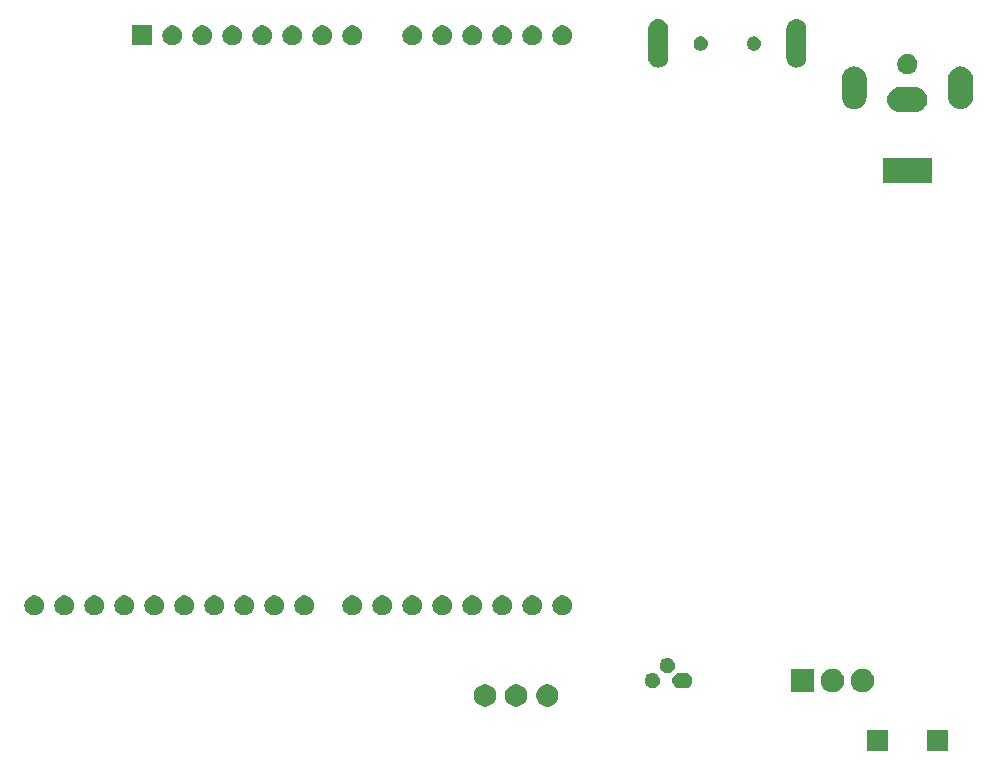
<source format=gbr>
G04 #@! TF.GenerationSoftware,KiCad,Pcbnew,(5.1.5)-3*
G04 #@! TF.CreationDate,2020-04-27T02:20:49-07:00*
G04 #@! TF.ProjectId,SolaRCharger,536f6c61-5243-4686-9172-6765722e6b69,rev?*
G04 #@! TF.SameCoordinates,Original*
G04 #@! TF.FileFunction,Soldermask,Bot*
G04 #@! TF.FilePolarity,Negative*
%FSLAX46Y46*%
G04 Gerber Fmt 4.6, Leading zero omitted, Abs format (unit mm)*
G04 Created by KiCad (PCBNEW (5.1.5)-3) date 2020-04-27 02:20:49*
%MOMM*%
%LPD*%
G04 APERTURE LIST*
%ADD10C,0.100000*%
G04 APERTURE END LIST*
D10*
G36*
X159651000Y-139331000D02*
G01*
X157849000Y-139331000D01*
X157849000Y-137529000D01*
X159651000Y-137529000D01*
X159651000Y-139331000D01*
G37*
G36*
X154571000Y-139331000D02*
G01*
X152769000Y-139331000D01*
X152769000Y-137529000D01*
X154571000Y-137529000D01*
X154571000Y-139331000D01*
G37*
G36*
X120724188Y-133716123D02*
G01*
X120895256Y-133786982D01*
X120895258Y-133786983D01*
X120943653Y-133819320D01*
X121049215Y-133889854D01*
X121180147Y-134020786D01*
X121283019Y-134174745D01*
X121353878Y-134345813D01*
X121390001Y-134527417D01*
X121390001Y-134712583D01*
X121353878Y-134894187D01*
X121283019Y-135065255D01*
X121283018Y-135065257D01*
X121180146Y-135219215D01*
X121049216Y-135350145D01*
X120895258Y-135453017D01*
X120895257Y-135453018D01*
X120895256Y-135453018D01*
X120724188Y-135523877D01*
X120542584Y-135560000D01*
X120357418Y-135560000D01*
X120175814Y-135523877D01*
X120004746Y-135453018D01*
X120004745Y-135453018D01*
X120004744Y-135453017D01*
X119850786Y-135350145D01*
X119719856Y-135219215D01*
X119616984Y-135065257D01*
X119616983Y-135065255D01*
X119546124Y-134894187D01*
X119510001Y-134712583D01*
X119510001Y-134527417D01*
X119546124Y-134345813D01*
X119616983Y-134174745D01*
X119719855Y-134020786D01*
X119850787Y-133889854D01*
X119956349Y-133819320D01*
X120004744Y-133786983D01*
X120004746Y-133786982D01*
X120175814Y-133716123D01*
X120357418Y-133680000D01*
X120542584Y-133680000D01*
X120724188Y-133716123D01*
G37*
G36*
X126004187Y-133716123D02*
G01*
X126175255Y-133786982D01*
X126175257Y-133786983D01*
X126223652Y-133819320D01*
X126329214Y-133889854D01*
X126460146Y-134020786D01*
X126563018Y-134174745D01*
X126633877Y-134345813D01*
X126670000Y-134527417D01*
X126670000Y-134712583D01*
X126633877Y-134894187D01*
X126563018Y-135065255D01*
X126563017Y-135065257D01*
X126460145Y-135219215D01*
X126329215Y-135350145D01*
X126175257Y-135453017D01*
X126175256Y-135453018D01*
X126175255Y-135453018D01*
X126004187Y-135523877D01*
X125822583Y-135560000D01*
X125637417Y-135560000D01*
X125455813Y-135523877D01*
X125284745Y-135453018D01*
X125284744Y-135453018D01*
X125284743Y-135453017D01*
X125130785Y-135350145D01*
X124999855Y-135219215D01*
X124896983Y-135065257D01*
X124896982Y-135065255D01*
X124826123Y-134894187D01*
X124790000Y-134712583D01*
X124790000Y-134527417D01*
X124826123Y-134345813D01*
X124896982Y-134174745D01*
X124999854Y-134020786D01*
X125130786Y-133889854D01*
X125236348Y-133819320D01*
X125284743Y-133786983D01*
X125284745Y-133786982D01*
X125455813Y-133716123D01*
X125637417Y-133680000D01*
X125822583Y-133680000D01*
X126004187Y-133716123D01*
G37*
G36*
X123364187Y-133716123D02*
G01*
X123535255Y-133786982D01*
X123535257Y-133786983D01*
X123583652Y-133819320D01*
X123689214Y-133889854D01*
X123820146Y-134020786D01*
X123923018Y-134174745D01*
X123993877Y-134345813D01*
X124030000Y-134527417D01*
X124030000Y-134712583D01*
X123993877Y-134894187D01*
X123923018Y-135065255D01*
X123923017Y-135065257D01*
X123820145Y-135219215D01*
X123689215Y-135350145D01*
X123535257Y-135453017D01*
X123535256Y-135453018D01*
X123535255Y-135453018D01*
X123364187Y-135523877D01*
X123182583Y-135560000D01*
X122997417Y-135560000D01*
X122815813Y-135523877D01*
X122644745Y-135453018D01*
X122644744Y-135453018D01*
X122644743Y-135453017D01*
X122490785Y-135350145D01*
X122359855Y-135219215D01*
X122256983Y-135065257D01*
X122256982Y-135065255D01*
X122186123Y-134894187D01*
X122150000Y-134712583D01*
X122150000Y-134527417D01*
X122186123Y-134345813D01*
X122256982Y-134174745D01*
X122359854Y-134020786D01*
X122490786Y-133889854D01*
X122596348Y-133819320D01*
X122644743Y-133786983D01*
X122644745Y-133786982D01*
X122815813Y-133716123D01*
X122997417Y-133680000D01*
X123182583Y-133680000D01*
X123364187Y-133716123D01*
G37*
G36*
X152689003Y-132397275D02*
G01*
X152689005Y-132397276D01*
X152689006Y-132397276D01*
X152869320Y-132471964D01*
X153031598Y-132580395D01*
X153169605Y-132718402D01*
X153278036Y-132880680D01*
X153352724Y-133060994D01*
X153352725Y-133060997D01*
X153390800Y-133252413D01*
X153390800Y-133447587D01*
X153372440Y-133539890D01*
X153352724Y-133639006D01*
X153278036Y-133819320D01*
X153169605Y-133981598D01*
X153031598Y-134119605D01*
X152869320Y-134228036D01*
X152689006Y-134302724D01*
X152689005Y-134302724D01*
X152689003Y-134302725D01*
X152497587Y-134340800D01*
X152302413Y-134340800D01*
X152110997Y-134302725D01*
X152110995Y-134302724D01*
X152110994Y-134302724D01*
X151930680Y-134228036D01*
X151768402Y-134119605D01*
X151630395Y-133981598D01*
X151521964Y-133819320D01*
X151447276Y-133639006D01*
X151427561Y-133539890D01*
X151409200Y-133447587D01*
X151409200Y-133252413D01*
X151447275Y-133060997D01*
X151447276Y-133060994D01*
X151521964Y-132880680D01*
X151630395Y-132718402D01*
X151768402Y-132580395D01*
X151930680Y-132471964D01*
X152110994Y-132397276D01*
X152110995Y-132397276D01*
X152110997Y-132397275D01*
X152302413Y-132359200D01*
X152497587Y-132359200D01*
X152689003Y-132397275D01*
G37*
G36*
X150149003Y-132397275D02*
G01*
X150149005Y-132397276D01*
X150149006Y-132397276D01*
X150329320Y-132471964D01*
X150491598Y-132580395D01*
X150629605Y-132718402D01*
X150738036Y-132880680D01*
X150812724Y-133060994D01*
X150812725Y-133060997D01*
X150850800Y-133252413D01*
X150850800Y-133447587D01*
X150832440Y-133539890D01*
X150812724Y-133639006D01*
X150738036Y-133819320D01*
X150629605Y-133981598D01*
X150491598Y-134119605D01*
X150329320Y-134228036D01*
X150149006Y-134302724D01*
X150149005Y-134302724D01*
X150149003Y-134302725D01*
X149957587Y-134340800D01*
X149762413Y-134340800D01*
X149570997Y-134302725D01*
X149570995Y-134302724D01*
X149570994Y-134302724D01*
X149390680Y-134228036D01*
X149228402Y-134119605D01*
X149090395Y-133981598D01*
X148981964Y-133819320D01*
X148907276Y-133639006D01*
X148887561Y-133539890D01*
X148869200Y-133447587D01*
X148869200Y-133252413D01*
X148907275Y-133060997D01*
X148907276Y-133060994D01*
X148981964Y-132880680D01*
X149090395Y-132718402D01*
X149228402Y-132580395D01*
X149390680Y-132471964D01*
X149570994Y-132397276D01*
X149570995Y-132397276D01*
X149570997Y-132397275D01*
X149762413Y-132359200D01*
X149957587Y-132359200D01*
X150149003Y-132397275D01*
G37*
G36*
X148310800Y-134340800D02*
G01*
X146329200Y-134340800D01*
X146329200Y-132359200D01*
X148310800Y-132359200D01*
X148310800Y-134340800D01*
G37*
G36*
X134719225Y-132705983D02*
G01*
X134809890Y-132724017D01*
X134928364Y-132773091D01*
X134977756Y-132806094D01*
X135034988Y-132844335D01*
X135125665Y-132935012D01*
X135196910Y-133041638D01*
X135245983Y-133160110D01*
X135271000Y-133285881D01*
X135271000Y-133414119D01*
X135245983Y-133539890D01*
X135204928Y-133639006D01*
X135196909Y-133658364D01*
X135125665Y-133764988D01*
X135034988Y-133855665D01*
X134928364Y-133926909D01*
X134928363Y-133926910D01*
X134928362Y-133926910D01*
X134809890Y-133975983D01*
X134684119Y-134001000D01*
X134555881Y-134001000D01*
X134430110Y-133975983D01*
X134311638Y-133926910D01*
X134311637Y-133926910D01*
X134311636Y-133926909D01*
X134205012Y-133855665D01*
X134114335Y-133764988D01*
X134043091Y-133658364D01*
X134035073Y-133639006D01*
X133994017Y-133539890D01*
X133969000Y-133414119D01*
X133969000Y-133285881D01*
X133994017Y-133160110D01*
X134043090Y-133041638D01*
X134114335Y-132935012D01*
X134205012Y-132844335D01*
X134262244Y-132806094D01*
X134311636Y-132773091D01*
X134430110Y-132724017D01*
X134520775Y-132705983D01*
X134555881Y-132699000D01*
X134684119Y-132699000D01*
X134719225Y-132705983D01*
G37*
G36*
X137423855Y-132702140D02*
G01*
X137487618Y-132708420D01*
X137562054Y-132731000D01*
X137610336Y-132745646D01*
X137723425Y-132806094D01*
X137822554Y-132887446D01*
X137903906Y-132986575D01*
X137964354Y-133099664D01*
X137964355Y-133099668D01*
X138001580Y-133222382D01*
X138014149Y-133350000D01*
X138001580Y-133477618D01*
X137982690Y-133539890D01*
X137964354Y-133600336D01*
X137903906Y-133713425D01*
X137822554Y-133812554D01*
X137723425Y-133893906D01*
X137610336Y-133954354D01*
X137578404Y-133964040D01*
X137487618Y-133991580D01*
X137423855Y-133997860D01*
X137391974Y-134001000D01*
X136928026Y-134001000D01*
X136896145Y-133997860D01*
X136832382Y-133991580D01*
X136741596Y-133964040D01*
X136709664Y-133954354D01*
X136596575Y-133893906D01*
X136497446Y-133812554D01*
X136416094Y-133713425D01*
X136355646Y-133600336D01*
X136337310Y-133539890D01*
X136318420Y-133477618D01*
X136305851Y-133350000D01*
X136318420Y-133222382D01*
X136355645Y-133099668D01*
X136355646Y-133099664D01*
X136416094Y-132986575D01*
X136497446Y-132887446D01*
X136596575Y-132806094D01*
X136709664Y-132745646D01*
X136757946Y-132731000D01*
X136832382Y-132708420D01*
X136896145Y-132702140D01*
X136928026Y-132699000D01*
X137391974Y-132699000D01*
X137423855Y-132702140D01*
G37*
G36*
X136079890Y-131454017D02*
G01*
X136198364Y-131503091D01*
X136304988Y-131574335D01*
X136395665Y-131665012D01*
X136466909Y-131771636D01*
X136515983Y-131890110D01*
X136541000Y-132015882D01*
X136541000Y-132144118D01*
X136515983Y-132269890D01*
X136466909Y-132388364D01*
X136395665Y-132494988D01*
X136304988Y-132585665D01*
X136198364Y-132656909D01*
X136198363Y-132656910D01*
X136198362Y-132656910D01*
X136079890Y-132705983D01*
X135954119Y-132731000D01*
X135825881Y-132731000D01*
X135700110Y-132705983D01*
X135581638Y-132656910D01*
X135581637Y-132656910D01*
X135581636Y-132656909D01*
X135475012Y-132585665D01*
X135384335Y-132494988D01*
X135313091Y-132388364D01*
X135264017Y-132269890D01*
X135239000Y-132144118D01*
X135239000Y-132015882D01*
X135264017Y-131890110D01*
X135313091Y-131771636D01*
X135384335Y-131665012D01*
X135475012Y-131574335D01*
X135581636Y-131503091D01*
X135700110Y-131454017D01*
X135825881Y-131429000D01*
X135954119Y-131429000D01*
X136079890Y-131454017D01*
G37*
G36*
X82548228Y-126181703D02*
G01*
X82703100Y-126245853D01*
X82842481Y-126338985D01*
X82961015Y-126457519D01*
X83054147Y-126596900D01*
X83118297Y-126751772D01*
X83151000Y-126916184D01*
X83151000Y-127083816D01*
X83118297Y-127248228D01*
X83054147Y-127403100D01*
X82961015Y-127542481D01*
X82842481Y-127661015D01*
X82703100Y-127754147D01*
X82548228Y-127818297D01*
X82383816Y-127851000D01*
X82216184Y-127851000D01*
X82051772Y-127818297D01*
X81896900Y-127754147D01*
X81757519Y-127661015D01*
X81638985Y-127542481D01*
X81545853Y-127403100D01*
X81481703Y-127248228D01*
X81449000Y-127083816D01*
X81449000Y-126916184D01*
X81481703Y-126751772D01*
X81545853Y-126596900D01*
X81638985Y-126457519D01*
X81757519Y-126338985D01*
X81896900Y-126245853D01*
X82051772Y-126181703D01*
X82216184Y-126149000D01*
X82383816Y-126149000D01*
X82548228Y-126181703D01*
G37*
G36*
X85088228Y-126181703D02*
G01*
X85243100Y-126245853D01*
X85382481Y-126338985D01*
X85501015Y-126457519D01*
X85594147Y-126596900D01*
X85658297Y-126751772D01*
X85691000Y-126916184D01*
X85691000Y-127083816D01*
X85658297Y-127248228D01*
X85594147Y-127403100D01*
X85501015Y-127542481D01*
X85382481Y-127661015D01*
X85243100Y-127754147D01*
X85088228Y-127818297D01*
X84923816Y-127851000D01*
X84756184Y-127851000D01*
X84591772Y-127818297D01*
X84436900Y-127754147D01*
X84297519Y-127661015D01*
X84178985Y-127542481D01*
X84085853Y-127403100D01*
X84021703Y-127248228D01*
X83989000Y-127083816D01*
X83989000Y-126916184D01*
X84021703Y-126751772D01*
X84085853Y-126596900D01*
X84178985Y-126457519D01*
X84297519Y-126338985D01*
X84436900Y-126245853D01*
X84591772Y-126181703D01*
X84756184Y-126149000D01*
X84923816Y-126149000D01*
X85088228Y-126181703D01*
G37*
G36*
X122168228Y-126181703D02*
G01*
X122323100Y-126245853D01*
X122462481Y-126338985D01*
X122581015Y-126457519D01*
X122674147Y-126596900D01*
X122738297Y-126751772D01*
X122771000Y-126916184D01*
X122771000Y-127083816D01*
X122738297Y-127248228D01*
X122674147Y-127403100D01*
X122581015Y-127542481D01*
X122462481Y-127661015D01*
X122323100Y-127754147D01*
X122168228Y-127818297D01*
X122003816Y-127851000D01*
X121836184Y-127851000D01*
X121671772Y-127818297D01*
X121516900Y-127754147D01*
X121377519Y-127661015D01*
X121258985Y-127542481D01*
X121165853Y-127403100D01*
X121101703Y-127248228D01*
X121069000Y-127083816D01*
X121069000Y-126916184D01*
X121101703Y-126751772D01*
X121165853Y-126596900D01*
X121258985Y-126457519D01*
X121377519Y-126338985D01*
X121516900Y-126245853D01*
X121671772Y-126181703D01*
X121836184Y-126149000D01*
X122003816Y-126149000D01*
X122168228Y-126181703D01*
G37*
G36*
X117088228Y-126181703D02*
G01*
X117243100Y-126245853D01*
X117382481Y-126338985D01*
X117501015Y-126457519D01*
X117594147Y-126596900D01*
X117658297Y-126751772D01*
X117691000Y-126916184D01*
X117691000Y-127083816D01*
X117658297Y-127248228D01*
X117594147Y-127403100D01*
X117501015Y-127542481D01*
X117382481Y-127661015D01*
X117243100Y-127754147D01*
X117088228Y-127818297D01*
X116923816Y-127851000D01*
X116756184Y-127851000D01*
X116591772Y-127818297D01*
X116436900Y-127754147D01*
X116297519Y-127661015D01*
X116178985Y-127542481D01*
X116085853Y-127403100D01*
X116021703Y-127248228D01*
X115989000Y-127083816D01*
X115989000Y-126916184D01*
X116021703Y-126751772D01*
X116085853Y-126596900D01*
X116178985Y-126457519D01*
X116297519Y-126338985D01*
X116436900Y-126245853D01*
X116591772Y-126181703D01*
X116756184Y-126149000D01*
X116923816Y-126149000D01*
X117088228Y-126181703D01*
G37*
G36*
X114548228Y-126181703D02*
G01*
X114703100Y-126245853D01*
X114842481Y-126338985D01*
X114961015Y-126457519D01*
X115054147Y-126596900D01*
X115118297Y-126751772D01*
X115151000Y-126916184D01*
X115151000Y-127083816D01*
X115118297Y-127248228D01*
X115054147Y-127403100D01*
X114961015Y-127542481D01*
X114842481Y-127661015D01*
X114703100Y-127754147D01*
X114548228Y-127818297D01*
X114383816Y-127851000D01*
X114216184Y-127851000D01*
X114051772Y-127818297D01*
X113896900Y-127754147D01*
X113757519Y-127661015D01*
X113638985Y-127542481D01*
X113545853Y-127403100D01*
X113481703Y-127248228D01*
X113449000Y-127083816D01*
X113449000Y-126916184D01*
X113481703Y-126751772D01*
X113545853Y-126596900D01*
X113638985Y-126457519D01*
X113757519Y-126338985D01*
X113896900Y-126245853D01*
X114051772Y-126181703D01*
X114216184Y-126149000D01*
X114383816Y-126149000D01*
X114548228Y-126181703D01*
G37*
G36*
X112008228Y-126181703D02*
G01*
X112163100Y-126245853D01*
X112302481Y-126338985D01*
X112421015Y-126457519D01*
X112514147Y-126596900D01*
X112578297Y-126751772D01*
X112611000Y-126916184D01*
X112611000Y-127083816D01*
X112578297Y-127248228D01*
X112514147Y-127403100D01*
X112421015Y-127542481D01*
X112302481Y-127661015D01*
X112163100Y-127754147D01*
X112008228Y-127818297D01*
X111843816Y-127851000D01*
X111676184Y-127851000D01*
X111511772Y-127818297D01*
X111356900Y-127754147D01*
X111217519Y-127661015D01*
X111098985Y-127542481D01*
X111005853Y-127403100D01*
X110941703Y-127248228D01*
X110909000Y-127083816D01*
X110909000Y-126916184D01*
X110941703Y-126751772D01*
X111005853Y-126596900D01*
X111098985Y-126457519D01*
X111217519Y-126338985D01*
X111356900Y-126245853D01*
X111511772Y-126181703D01*
X111676184Y-126149000D01*
X111843816Y-126149000D01*
X112008228Y-126181703D01*
G37*
G36*
X109468228Y-126181703D02*
G01*
X109623100Y-126245853D01*
X109762481Y-126338985D01*
X109881015Y-126457519D01*
X109974147Y-126596900D01*
X110038297Y-126751772D01*
X110071000Y-126916184D01*
X110071000Y-127083816D01*
X110038297Y-127248228D01*
X109974147Y-127403100D01*
X109881015Y-127542481D01*
X109762481Y-127661015D01*
X109623100Y-127754147D01*
X109468228Y-127818297D01*
X109303816Y-127851000D01*
X109136184Y-127851000D01*
X108971772Y-127818297D01*
X108816900Y-127754147D01*
X108677519Y-127661015D01*
X108558985Y-127542481D01*
X108465853Y-127403100D01*
X108401703Y-127248228D01*
X108369000Y-127083816D01*
X108369000Y-126916184D01*
X108401703Y-126751772D01*
X108465853Y-126596900D01*
X108558985Y-126457519D01*
X108677519Y-126338985D01*
X108816900Y-126245853D01*
X108971772Y-126181703D01*
X109136184Y-126149000D01*
X109303816Y-126149000D01*
X109468228Y-126181703D01*
G37*
G36*
X105408228Y-126181703D02*
G01*
X105563100Y-126245853D01*
X105702481Y-126338985D01*
X105821015Y-126457519D01*
X105914147Y-126596900D01*
X105978297Y-126751772D01*
X106011000Y-126916184D01*
X106011000Y-127083816D01*
X105978297Y-127248228D01*
X105914147Y-127403100D01*
X105821015Y-127542481D01*
X105702481Y-127661015D01*
X105563100Y-127754147D01*
X105408228Y-127818297D01*
X105243816Y-127851000D01*
X105076184Y-127851000D01*
X104911772Y-127818297D01*
X104756900Y-127754147D01*
X104617519Y-127661015D01*
X104498985Y-127542481D01*
X104405853Y-127403100D01*
X104341703Y-127248228D01*
X104309000Y-127083816D01*
X104309000Y-126916184D01*
X104341703Y-126751772D01*
X104405853Y-126596900D01*
X104498985Y-126457519D01*
X104617519Y-126338985D01*
X104756900Y-126245853D01*
X104911772Y-126181703D01*
X105076184Y-126149000D01*
X105243816Y-126149000D01*
X105408228Y-126181703D01*
G37*
G36*
X102868228Y-126181703D02*
G01*
X103023100Y-126245853D01*
X103162481Y-126338985D01*
X103281015Y-126457519D01*
X103374147Y-126596900D01*
X103438297Y-126751772D01*
X103471000Y-126916184D01*
X103471000Y-127083816D01*
X103438297Y-127248228D01*
X103374147Y-127403100D01*
X103281015Y-127542481D01*
X103162481Y-127661015D01*
X103023100Y-127754147D01*
X102868228Y-127818297D01*
X102703816Y-127851000D01*
X102536184Y-127851000D01*
X102371772Y-127818297D01*
X102216900Y-127754147D01*
X102077519Y-127661015D01*
X101958985Y-127542481D01*
X101865853Y-127403100D01*
X101801703Y-127248228D01*
X101769000Y-127083816D01*
X101769000Y-126916184D01*
X101801703Y-126751772D01*
X101865853Y-126596900D01*
X101958985Y-126457519D01*
X102077519Y-126338985D01*
X102216900Y-126245853D01*
X102371772Y-126181703D01*
X102536184Y-126149000D01*
X102703816Y-126149000D01*
X102868228Y-126181703D01*
G37*
G36*
X119628228Y-126181703D02*
G01*
X119783100Y-126245853D01*
X119922481Y-126338985D01*
X120041015Y-126457519D01*
X120134147Y-126596900D01*
X120198297Y-126751772D01*
X120231000Y-126916184D01*
X120231000Y-127083816D01*
X120198297Y-127248228D01*
X120134147Y-127403100D01*
X120041015Y-127542481D01*
X119922481Y-127661015D01*
X119783100Y-127754147D01*
X119628228Y-127818297D01*
X119463816Y-127851000D01*
X119296184Y-127851000D01*
X119131772Y-127818297D01*
X118976900Y-127754147D01*
X118837519Y-127661015D01*
X118718985Y-127542481D01*
X118625853Y-127403100D01*
X118561703Y-127248228D01*
X118529000Y-127083816D01*
X118529000Y-126916184D01*
X118561703Y-126751772D01*
X118625853Y-126596900D01*
X118718985Y-126457519D01*
X118837519Y-126338985D01*
X118976900Y-126245853D01*
X119131772Y-126181703D01*
X119296184Y-126149000D01*
X119463816Y-126149000D01*
X119628228Y-126181703D01*
G37*
G36*
X100328228Y-126181703D02*
G01*
X100483100Y-126245853D01*
X100622481Y-126338985D01*
X100741015Y-126457519D01*
X100834147Y-126596900D01*
X100898297Y-126751772D01*
X100931000Y-126916184D01*
X100931000Y-127083816D01*
X100898297Y-127248228D01*
X100834147Y-127403100D01*
X100741015Y-127542481D01*
X100622481Y-127661015D01*
X100483100Y-127754147D01*
X100328228Y-127818297D01*
X100163816Y-127851000D01*
X99996184Y-127851000D01*
X99831772Y-127818297D01*
X99676900Y-127754147D01*
X99537519Y-127661015D01*
X99418985Y-127542481D01*
X99325853Y-127403100D01*
X99261703Y-127248228D01*
X99229000Y-127083816D01*
X99229000Y-126916184D01*
X99261703Y-126751772D01*
X99325853Y-126596900D01*
X99418985Y-126457519D01*
X99537519Y-126338985D01*
X99676900Y-126245853D01*
X99831772Y-126181703D01*
X99996184Y-126149000D01*
X100163816Y-126149000D01*
X100328228Y-126181703D01*
G37*
G36*
X124708228Y-126181703D02*
G01*
X124863100Y-126245853D01*
X125002481Y-126338985D01*
X125121015Y-126457519D01*
X125214147Y-126596900D01*
X125278297Y-126751772D01*
X125311000Y-126916184D01*
X125311000Y-127083816D01*
X125278297Y-127248228D01*
X125214147Y-127403100D01*
X125121015Y-127542481D01*
X125002481Y-127661015D01*
X124863100Y-127754147D01*
X124708228Y-127818297D01*
X124543816Y-127851000D01*
X124376184Y-127851000D01*
X124211772Y-127818297D01*
X124056900Y-127754147D01*
X123917519Y-127661015D01*
X123798985Y-127542481D01*
X123705853Y-127403100D01*
X123641703Y-127248228D01*
X123609000Y-127083816D01*
X123609000Y-126916184D01*
X123641703Y-126751772D01*
X123705853Y-126596900D01*
X123798985Y-126457519D01*
X123917519Y-126338985D01*
X124056900Y-126245853D01*
X124211772Y-126181703D01*
X124376184Y-126149000D01*
X124543816Y-126149000D01*
X124708228Y-126181703D01*
G37*
G36*
X127248228Y-126181703D02*
G01*
X127403100Y-126245853D01*
X127542481Y-126338985D01*
X127661015Y-126457519D01*
X127754147Y-126596900D01*
X127818297Y-126751772D01*
X127851000Y-126916184D01*
X127851000Y-127083816D01*
X127818297Y-127248228D01*
X127754147Y-127403100D01*
X127661015Y-127542481D01*
X127542481Y-127661015D01*
X127403100Y-127754147D01*
X127248228Y-127818297D01*
X127083816Y-127851000D01*
X126916184Y-127851000D01*
X126751772Y-127818297D01*
X126596900Y-127754147D01*
X126457519Y-127661015D01*
X126338985Y-127542481D01*
X126245853Y-127403100D01*
X126181703Y-127248228D01*
X126149000Y-127083816D01*
X126149000Y-126916184D01*
X126181703Y-126751772D01*
X126245853Y-126596900D01*
X126338985Y-126457519D01*
X126457519Y-126338985D01*
X126596900Y-126245853D01*
X126751772Y-126181703D01*
X126916184Y-126149000D01*
X127083816Y-126149000D01*
X127248228Y-126181703D01*
G37*
G36*
X87628228Y-126181703D02*
G01*
X87783100Y-126245853D01*
X87922481Y-126338985D01*
X88041015Y-126457519D01*
X88134147Y-126596900D01*
X88198297Y-126751772D01*
X88231000Y-126916184D01*
X88231000Y-127083816D01*
X88198297Y-127248228D01*
X88134147Y-127403100D01*
X88041015Y-127542481D01*
X87922481Y-127661015D01*
X87783100Y-127754147D01*
X87628228Y-127818297D01*
X87463816Y-127851000D01*
X87296184Y-127851000D01*
X87131772Y-127818297D01*
X86976900Y-127754147D01*
X86837519Y-127661015D01*
X86718985Y-127542481D01*
X86625853Y-127403100D01*
X86561703Y-127248228D01*
X86529000Y-127083816D01*
X86529000Y-126916184D01*
X86561703Y-126751772D01*
X86625853Y-126596900D01*
X86718985Y-126457519D01*
X86837519Y-126338985D01*
X86976900Y-126245853D01*
X87131772Y-126181703D01*
X87296184Y-126149000D01*
X87463816Y-126149000D01*
X87628228Y-126181703D01*
G37*
G36*
X90168228Y-126181703D02*
G01*
X90323100Y-126245853D01*
X90462481Y-126338985D01*
X90581015Y-126457519D01*
X90674147Y-126596900D01*
X90738297Y-126751772D01*
X90771000Y-126916184D01*
X90771000Y-127083816D01*
X90738297Y-127248228D01*
X90674147Y-127403100D01*
X90581015Y-127542481D01*
X90462481Y-127661015D01*
X90323100Y-127754147D01*
X90168228Y-127818297D01*
X90003816Y-127851000D01*
X89836184Y-127851000D01*
X89671772Y-127818297D01*
X89516900Y-127754147D01*
X89377519Y-127661015D01*
X89258985Y-127542481D01*
X89165853Y-127403100D01*
X89101703Y-127248228D01*
X89069000Y-127083816D01*
X89069000Y-126916184D01*
X89101703Y-126751772D01*
X89165853Y-126596900D01*
X89258985Y-126457519D01*
X89377519Y-126338985D01*
X89516900Y-126245853D01*
X89671772Y-126181703D01*
X89836184Y-126149000D01*
X90003816Y-126149000D01*
X90168228Y-126181703D01*
G37*
G36*
X92708228Y-126181703D02*
G01*
X92863100Y-126245853D01*
X93002481Y-126338985D01*
X93121015Y-126457519D01*
X93214147Y-126596900D01*
X93278297Y-126751772D01*
X93311000Y-126916184D01*
X93311000Y-127083816D01*
X93278297Y-127248228D01*
X93214147Y-127403100D01*
X93121015Y-127542481D01*
X93002481Y-127661015D01*
X92863100Y-127754147D01*
X92708228Y-127818297D01*
X92543816Y-127851000D01*
X92376184Y-127851000D01*
X92211772Y-127818297D01*
X92056900Y-127754147D01*
X91917519Y-127661015D01*
X91798985Y-127542481D01*
X91705853Y-127403100D01*
X91641703Y-127248228D01*
X91609000Y-127083816D01*
X91609000Y-126916184D01*
X91641703Y-126751772D01*
X91705853Y-126596900D01*
X91798985Y-126457519D01*
X91917519Y-126338985D01*
X92056900Y-126245853D01*
X92211772Y-126181703D01*
X92376184Y-126149000D01*
X92543816Y-126149000D01*
X92708228Y-126181703D01*
G37*
G36*
X95248228Y-126181703D02*
G01*
X95403100Y-126245853D01*
X95542481Y-126338985D01*
X95661015Y-126457519D01*
X95754147Y-126596900D01*
X95818297Y-126751772D01*
X95851000Y-126916184D01*
X95851000Y-127083816D01*
X95818297Y-127248228D01*
X95754147Y-127403100D01*
X95661015Y-127542481D01*
X95542481Y-127661015D01*
X95403100Y-127754147D01*
X95248228Y-127818297D01*
X95083816Y-127851000D01*
X94916184Y-127851000D01*
X94751772Y-127818297D01*
X94596900Y-127754147D01*
X94457519Y-127661015D01*
X94338985Y-127542481D01*
X94245853Y-127403100D01*
X94181703Y-127248228D01*
X94149000Y-127083816D01*
X94149000Y-126916184D01*
X94181703Y-126751772D01*
X94245853Y-126596900D01*
X94338985Y-126457519D01*
X94457519Y-126338985D01*
X94596900Y-126245853D01*
X94751772Y-126181703D01*
X94916184Y-126149000D01*
X95083816Y-126149000D01*
X95248228Y-126181703D01*
G37*
G36*
X97788228Y-126181703D02*
G01*
X97943100Y-126245853D01*
X98082481Y-126338985D01*
X98201015Y-126457519D01*
X98294147Y-126596900D01*
X98358297Y-126751772D01*
X98391000Y-126916184D01*
X98391000Y-127083816D01*
X98358297Y-127248228D01*
X98294147Y-127403100D01*
X98201015Y-127542481D01*
X98082481Y-127661015D01*
X97943100Y-127754147D01*
X97788228Y-127818297D01*
X97623816Y-127851000D01*
X97456184Y-127851000D01*
X97291772Y-127818297D01*
X97136900Y-127754147D01*
X96997519Y-127661015D01*
X96878985Y-127542481D01*
X96785853Y-127403100D01*
X96721703Y-127248228D01*
X96689000Y-127083816D01*
X96689000Y-126916184D01*
X96721703Y-126751772D01*
X96785853Y-126596900D01*
X96878985Y-126457519D01*
X96997519Y-126338985D01*
X97136900Y-126245853D01*
X97291772Y-126181703D01*
X97456184Y-126149000D01*
X97623816Y-126149000D01*
X97788228Y-126181703D01*
G37*
G36*
X158261000Y-91221000D02*
G01*
X154159000Y-91221000D01*
X154159000Y-89119000D01*
X158261000Y-89119000D01*
X158261000Y-91221000D01*
G37*
G36*
X156963097Y-83124069D02*
G01*
X157066032Y-83134207D01*
X157264146Y-83194305D01*
X157264149Y-83194306D01*
X157360975Y-83246061D01*
X157446729Y-83291897D01*
X157606765Y-83423235D01*
X157738103Y-83583271D01*
X157783939Y-83669025D01*
X157835694Y-83765851D01*
X157835695Y-83765854D01*
X157895793Y-83963968D01*
X157916085Y-84170000D01*
X157895793Y-84376032D01*
X157856146Y-84506728D01*
X157835694Y-84574149D01*
X157786189Y-84666765D01*
X157738103Y-84756729D01*
X157606765Y-84916765D01*
X157446729Y-85048103D01*
X157360975Y-85093939D01*
X157264149Y-85145694D01*
X157264146Y-85145695D01*
X157066032Y-85205793D01*
X156963097Y-85215931D01*
X156911631Y-85221000D01*
X155508369Y-85221000D01*
X155456903Y-85215931D01*
X155353968Y-85205793D01*
X155155854Y-85145695D01*
X155155851Y-85145694D01*
X155059025Y-85093939D01*
X154973271Y-85048103D01*
X154813235Y-84916765D01*
X154681897Y-84756729D01*
X154633811Y-84666765D01*
X154584306Y-84574149D01*
X154563854Y-84506728D01*
X154524207Y-84376032D01*
X154503915Y-84170000D01*
X154524207Y-83963968D01*
X154584305Y-83765854D01*
X154584306Y-83765851D01*
X154636061Y-83669025D01*
X154681897Y-83583271D01*
X154813235Y-83423235D01*
X154973271Y-83291897D01*
X155059025Y-83246061D01*
X155155851Y-83194306D01*
X155155854Y-83194305D01*
X155353968Y-83134207D01*
X155456903Y-83124069D01*
X155508369Y-83119000D01*
X156911631Y-83119000D01*
X156963097Y-83124069D01*
G37*
G36*
X151916032Y-81384207D02*
G01*
X152114146Y-81444305D01*
X152114149Y-81444306D01*
X152210975Y-81496061D01*
X152296729Y-81541897D01*
X152456765Y-81673235D01*
X152588103Y-81833271D01*
X152633939Y-81919025D01*
X152685694Y-82015851D01*
X152685695Y-82015854D01*
X152745793Y-82213968D01*
X152761000Y-82368370D01*
X152761000Y-83971630D01*
X152745793Y-84126032D01*
X152732455Y-84170000D01*
X152685694Y-84324149D01*
X152657963Y-84376030D01*
X152588103Y-84506729D01*
X152456765Y-84666765D01*
X152296729Y-84798103D01*
X152180030Y-84860479D01*
X152114148Y-84895694D01*
X152114145Y-84895695D01*
X151916031Y-84955793D01*
X151710000Y-84976085D01*
X151503968Y-84955793D01*
X151305854Y-84895695D01*
X151305851Y-84895694D01*
X151209025Y-84843939D01*
X151123271Y-84798103D01*
X150963235Y-84666765D01*
X150831897Y-84506729D01*
X150734307Y-84324149D01*
X150734306Y-84324148D01*
X150734305Y-84324145D01*
X150674207Y-84126031D01*
X150659000Y-83971629D01*
X150659000Y-82368369D01*
X150674207Y-82213967D01*
X150734305Y-82015854D01*
X150797904Y-81896870D01*
X150831898Y-81833271D01*
X150963236Y-81673235D01*
X151123272Y-81541897D01*
X151209026Y-81496061D01*
X151305852Y-81444306D01*
X151305855Y-81444305D01*
X151503969Y-81384207D01*
X151710000Y-81363915D01*
X151916032Y-81384207D01*
G37*
G36*
X160916032Y-81384207D02*
G01*
X161114146Y-81444305D01*
X161114149Y-81444306D01*
X161210975Y-81496061D01*
X161296729Y-81541897D01*
X161456765Y-81673235D01*
X161588103Y-81833271D01*
X161633939Y-81919025D01*
X161685694Y-82015851D01*
X161685695Y-82015854D01*
X161745793Y-82213968D01*
X161761000Y-82368370D01*
X161761000Y-83971630D01*
X161745793Y-84126032D01*
X161732455Y-84170000D01*
X161685694Y-84324149D01*
X161657963Y-84376030D01*
X161588103Y-84506729D01*
X161456765Y-84666765D01*
X161296729Y-84798103D01*
X161180030Y-84860479D01*
X161114148Y-84895694D01*
X161114145Y-84895695D01*
X160916031Y-84955793D01*
X160710000Y-84976085D01*
X160503968Y-84955793D01*
X160305854Y-84895695D01*
X160305851Y-84895694D01*
X160209025Y-84843939D01*
X160123271Y-84798103D01*
X159963235Y-84666765D01*
X159831897Y-84506729D01*
X159734307Y-84324149D01*
X159734306Y-84324148D01*
X159734305Y-84324145D01*
X159674207Y-84126031D01*
X159659000Y-83971629D01*
X159659000Y-82368369D01*
X159674207Y-82213967D01*
X159734305Y-82015854D01*
X159797904Y-81896870D01*
X159831898Y-81833271D01*
X159963236Y-81673235D01*
X160123272Y-81541897D01*
X160209026Y-81496061D01*
X160305852Y-81444306D01*
X160305855Y-81444305D01*
X160503969Y-81384207D01*
X160710000Y-81363915D01*
X160916032Y-81384207D01*
G37*
G36*
X156458228Y-80351703D02*
G01*
X156613100Y-80415853D01*
X156752481Y-80508985D01*
X156871015Y-80627519D01*
X156964147Y-80766900D01*
X157028297Y-80921772D01*
X157061000Y-81086184D01*
X157061000Y-81253816D01*
X157028297Y-81418228D01*
X156964147Y-81573100D01*
X156871015Y-81712481D01*
X156752481Y-81831015D01*
X156613100Y-81924147D01*
X156458228Y-81988297D01*
X156293816Y-82021000D01*
X156126184Y-82021000D01*
X155961772Y-81988297D01*
X155806900Y-81924147D01*
X155667519Y-81831015D01*
X155548985Y-81712481D01*
X155455853Y-81573100D01*
X155391703Y-81418228D01*
X155359000Y-81253816D01*
X155359000Y-81086184D01*
X155391703Y-80921772D01*
X155455853Y-80766900D01*
X155548985Y-80627519D01*
X155667519Y-80508985D01*
X155806900Y-80415853D01*
X155961772Y-80351703D01*
X156126184Y-80319000D01*
X156293816Y-80319000D01*
X156458228Y-80351703D01*
G37*
G36*
X146986822Y-77376313D02*
G01*
X147147241Y-77424976D01*
X147295077Y-77503995D01*
X147424659Y-77610341D01*
X147531004Y-77739922D01*
X147531005Y-77739924D01*
X147610024Y-77887758D01*
X147658687Y-78048177D01*
X147671000Y-78173196D01*
X147671000Y-80656804D01*
X147658687Y-80781823D01*
X147610024Y-80942242D01*
X147539114Y-81074906D01*
X147531004Y-81090078D01*
X147424659Y-81219659D01*
X147295078Y-81326004D01*
X147295076Y-81326005D01*
X147147242Y-81405024D01*
X146986823Y-81453687D01*
X146820000Y-81470117D01*
X146653178Y-81453687D01*
X146492759Y-81405024D01*
X146344925Y-81326005D01*
X146344923Y-81326004D01*
X146215342Y-81219659D01*
X146108997Y-81090078D01*
X146100887Y-81074906D01*
X146029977Y-80942242D01*
X145981314Y-80781823D01*
X145969001Y-80656804D01*
X145969000Y-78173197D01*
X145981313Y-78048178D01*
X146020917Y-77917621D01*
X146029975Y-77887762D01*
X146029976Y-77887759D01*
X146108995Y-77739923D01*
X146215341Y-77610341D01*
X146344922Y-77503996D01*
X146360094Y-77495886D01*
X146492758Y-77424976D01*
X146653177Y-77376313D01*
X146820000Y-77359883D01*
X146986822Y-77376313D01*
G37*
G36*
X135286822Y-77376313D02*
G01*
X135447241Y-77424976D01*
X135595077Y-77503995D01*
X135724659Y-77610341D01*
X135831004Y-77739922D01*
X135831005Y-77739924D01*
X135910024Y-77887758D01*
X135958687Y-78048177D01*
X135971000Y-78173196D01*
X135971000Y-80656804D01*
X135958687Y-80781823D01*
X135910024Y-80942242D01*
X135839114Y-81074906D01*
X135831004Y-81090078D01*
X135724659Y-81219659D01*
X135595078Y-81326004D01*
X135595076Y-81326005D01*
X135447242Y-81405024D01*
X135286823Y-81453687D01*
X135120000Y-81470117D01*
X134953178Y-81453687D01*
X134792759Y-81405024D01*
X134644925Y-81326005D01*
X134644923Y-81326004D01*
X134515342Y-81219659D01*
X134408997Y-81090078D01*
X134400887Y-81074906D01*
X134329977Y-80942242D01*
X134281314Y-80781823D01*
X134269001Y-80656804D01*
X134269000Y-78173197D01*
X134281313Y-78048178D01*
X134320917Y-77917621D01*
X134329975Y-77887762D01*
X134329976Y-77887759D01*
X134408995Y-77739923D01*
X134515341Y-77610341D01*
X134644922Y-77503996D01*
X134660094Y-77495886D01*
X134792758Y-77424976D01*
X134953177Y-77376313D01*
X135120000Y-77359883D01*
X135286822Y-77376313D01*
G37*
G36*
X143328537Y-78823815D02*
G01*
X143395305Y-78837096D01*
X143427340Y-78850365D01*
X143504680Y-78882400D01*
X143603115Y-78948173D01*
X143686827Y-79031885D01*
X143752600Y-79130320D01*
X143797904Y-79239696D01*
X143821000Y-79355805D01*
X143821000Y-79474195D01*
X143797904Y-79590304D01*
X143752600Y-79699680D01*
X143686827Y-79798115D01*
X143603115Y-79881827D01*
X143504680Y-79947600D01*
X143427340Y-79979635D01*
X143395305Y-79992904D01*
X143356601Y-80000603D01*
X143279195Y-80016000D01*
X143160805Y-80016000D01*
X143083399Y-80000603D01*
X143044695Y-79992904D01*
X143012660Y-79979635D01*
X142935320Y-79947600D01*
X142836885Y-79881827D01*
X142753173Y-79798115D01*
X142687400Y-79699680D01*
X142642096Y-79590304D01*
X142619000Y-79474195D01*
X142619000Y-79355805D01*
X142642096Y-79239696D01*
X142687400Y-79130320D01*
X142753173Y-79031885D01*
X142836885Y-78948173D01*
X142935320Y-78882400D01*
X143012660Y-78850365D01*
X143044695Y-78837096D01*
X143111463Y-78823815D01*
X143160805Y-78814000D01*
X143279195Y-78814000D01*
X143328537Y-78823815D01*
G37*
G36*
X138828537Y-78823815D02*
G01*
X138895305Y-78837096D01*
X138927340Y-78850365D01*
X139004680Y-78882400D01*
X139103115Y-78948173D01*
X139186827Y-79031885D01*
X139252600Y-79130320D01*
X139297904Y-79239696D01*
X139321000Y-79355805D01*
X139321000Y-79474195D01*
X139297904Y-79590304D01*
X139252600Y-79699680D01*
X139186827Y-79798115D01*
X139103115Y-79881827D01*
X139004680Y-79947600D01*
X138927340Y-79979635D01*
X138895305Y-79992904D01*
X138856601Y-80000603D01*
X138779195Y-80016000D01*
X138660805Y-80016000D01*
X138583399Y-80000603D01*
X138544695Y-79992904D01*
X138512660Y-79979635D01*
X138435320Y-79947600D01*
X138336885Y-79881827D01*
X138253173Y-79798115D01*
X138187400Y-79699680D01*
X138142096Y-79590304D01*
X138119000Y-79474195D01*
X138119000Y-79355805D01*
X138142096Y-79239696D01*
X138187400Y-79130320D01*
X138253173Y-79031885D01*
X138336885Y-78948173D01*
X138435320Y-78882400D01*
X138512660Y-78850365D01*
X138544695Y-78837096D01*
X138611463Y-78823815D01*
X138660805Y-78814000D01*
X138779195Y-78814000D01*
X138828537Y-78823815D01*
G37*
G36*
X114548228Y-77921703D02*
G01*
X114703100Y-77985853D01*
X114842481Y-78078985D01*
X114961015Y-78197519D01*
X115054147Y-78336900D01*
X115118297Y-78491772D01*
X115151000Y-78656184D01*
X115151000Y-78823816D01*
X115118297Y-78988228D01*
X115054147Y-79143100D01*
X114961015Y-79282481D01*
X114842481Y-79401015D01*
X114703100Y-79494147D01*
X114548228Y-79558297D01*
X114383816Y-79591000D01*
X114216184Y-79591000D01*
X114051772Y-79558297D01*
X113896900Y-79494147D01*
X113757519Y-79401015D01*
X113638985Y-79282481D01*
X113545853Y-79143100D01*
X113481703Y-78988228D01*
X113449000Y-78823816D01*
X113449000Y-78656184D01*
X113481703Y-78491772D01*
X113545853Y-78336900D01*
X113638985Y-78197519D01*
X113757519Y-78078985D01*
X113896900Y-77985853D01*
X114051772Y-77921703D01*
X114216184Y-77889000D01*
X114383816Y-77889000D01*
X114548228Y-77921703D01*
G37*
G36*
X94228228Y-77921703D02*
G01*
X94383100Y-77985853D01*
X94522481Y-78078985D01*
X94641015Y-78197519D01*
X94734147Y-78336900D01*
X94798297Y-78491772D01*
X94831000Y-78656184D01*
X94831000Y-78823816D01*
X94798297Y-78988228D01*
X94734147Y-79143100D01*
X94641015Y-79282481D01*
X94522481Y-79401015D01*
X94383100Y-79494147D01*
X94228228Y-79558297D01*
X94063816Y-79591000D01*
X93896184Y-79591000D01*
X93731772Y-79558297D01*
X93576900Y-79494147D01*
X93437519Y-79401015D01*
X93318985Y-79282481D01*
X93225853Y-79143100D01*
X93161703Y-78988228D01*
X93129000Y-78823816D01*
X93129000Y-78656184D01*
X93161703Y-78491772D01*
X93225853Y-78336900D01*
X93318985Y-78197519D01*
X93437519Y-78078985D01*
X93576900Y-77985853D01*
X93731772Y-77921703D01*
X93896184Y-77889000D01*
X94063816Y-77889000D01*
X94228228Y-77921703D01*
G37*
G36*
X96768228Y-77921703D02*
G01*
X96923100Y-77985853D01*
X97062481Y-78078985D01*
X97181015Y-78197519D01*
X97274147Y-78336900D01*
X97338297Y-78491772D01*
X97371000Y-78656184D01*
X97371000Y-78823816D01*
X97338297Y-78988228D01*
X97274147Y-79143100D01*
X97181015Y-79282481D01*
X97062481Y-79401015D01*
X96923100Y-79494147D01*
X96768228Y-79558297D01*
X96603816Y-79591000D01*
X96436184Y-79591000D01*
X96271772Y-79558297D01*
X96116900Y-79494147D01*
X95977519Y-79401015D01*
X95858985Y-79282481D01*
X95765853Y-79143100D01*
X95701703Y-78988228D01*
X95669000Y-78823816D01*
X95669000Y-78656184D01*
X95701703Y-78491772D01*
X95765853Y-78336900D01*
X95858985Y-78197519D01*
X95977519Y-78078985D01*
X96116900Y-77985853D01*
X96271772Y-77921703D01*
X96436184Y-77889000D01*
X96603816Y-77889000D01*
X96768228Y-77921703D01*
G37*
G36*
X127248228Y-77921703D02*
G01*
X127403100Y-77985853D01*
X127542481Y-78078985D01*
X127661015Y-78197519D01*
X127754147Y-78336900D01*
X127818297Y-78491772D01*
X127851000Y-78656184D01*
X127851000Y-78823816D01*
X127818297Y-78988228D01*
X127754147Y-79143100D01*
X127661015Y-79282481D01*
X127542481Y-79401015D01*
X127403100Y-79494147D01*
X127248228Y-79558297D01*
X127083816Y-79591000D01*
X126916184Y-79591000D01*
X126751772Y-79558297D01*
X126596900Y-79494147D01*
X126457519Y-79401015D01*
X126338985Y-79282481D01*
X126245853Y-79143100D01*
X126181703Y-78988228D01*
X126149000Y-78823816D01*
X126149000Y-78656184D01*
X126181703Y-78491772D01*
X126245853Y-78336900D01*
X126338985Y-78197519D01*
X126457519Y-78078985D01*
X126596900Y-77985853D01*
X126751772Y-77921703D01*
X126916184Y-77889000D01*
X127083816Y-77889000D01*
X127248228Y-77921703D01*
G37*
G36*
X99308228Y-77921703D02*
G01*
X99463100Y-77985853D01*
X99602481Y-78078985D01*
X99721015Y-78197519D01*
X99814147Y-78336900D01*
X99878297Y-78491772D01*
X99911000Y-78656184D01*
X99911000Y-78823816D01*
X99878297Y-78988228D01*
X99814147Y-79143100D01*
X99721015Y-79282481D01*
X99602481Y-79401015D01*
X99463100Y-79494147D01*
X99308228Y-79558297D01*
X99143816Y-79591000D01*
X98976184Y-79591000D01*
X98811772Y-79558297D01*
X98656900Y-79494147D01*
X98517519Y-79401015D01*
X98398985Y-79282481D01*
X98305853Y-79143100D01*
X98241703Y-78988228D01*
X98209000Y-78823816D01*
X98209000Y-78656184D01*
X98241703Y-78491772D01*
X98305853Y-78336900D01*
X98398985Y-78197519D01*
X98517519Y-78078985D01*
X98656900Y-77985853D01*
X98811772Y-77921703D01*
X98976184Y-77889000D01*
X99143816Y-77889000D01*
X99308228Y-77921703D01*
G37*
G36*
X124708228Y-77921703D02*
G01*
X124863100Y-77985853D01*
X125002481Y-78078985D01*
X125121015Y-78197519D01*
X125214147Y-78336900D01*
X125278297Y-78491772D01*
X125311000Y-78656184D01*
X125311000Y-78823816D01*
X125278297Y-78988228D01*
X125214147Y-79143100D01*
X125121015Y-79282481D01*
X125002481Y-79401015D01*
X124863100Y-79494147D01*
X124708228Y-79558297D01*
X124543816Y-79591000D01*
X124376184Y-79591000D01*
X124211772Y-79558297D01*
X124056900Y-79494147D01*
X123917519Y-79401015D01*
X123798985Y-79282481D01*
X123705853Y-79143100D01*
X123641703Y-78988228D01*
X123609000Y-78823816D01*
X123609000Y-78656184D01*
X123641703Y-78491772D01*
X123705853Y-78336900D01*
X123798985Y-78197519D01*
X123917519Y-78078985D01*
X124056900Y-77985853D01*
X124211772Y-77921703D01*
X124376184Y-77889000D01*
X124543816Y-77889000D01*
X124708228Y-77921703D01*
G37*
G36*
X101848228Y-77921703D02*
G01*
X102003100Y-77985853D01*
X102142481Y-78078985D01*
X102261015Y-78197519D01*
X102354147Y-78336900D01*
X102418297Y-78491772D01*
X102451000Y-78656184D01*
X102451000Y-78823816D01*
X102418297Y-78988228D01*
X102354147Y-79143100D01*
X102261015Y-79282481D01*
X102142481Y-79401015D01*
X102003100Y-79494147D01*
X101848228Y-79558297D01*
X101683816Y-79591000D01*
X101516184Y-79591000D01*
X101351772Y-79558297D01*
X101196900Y-79494147D01*
X101057519Y-79401015D01*
X100938985Y-79282481D01*
X100845853Y-79143100D01*
X100781703Y-78988228D01*
X100749000Y-78823816D01*
X100749000Y-78656184D01*
X100781703Y-78491772D01*
X100845853Y-78336900D01*
X100938985Y-78197519D01*
X101057519Y-78078985D01*
X101196900Y-77985853D01*
X101351772Y-77921703D01*
X101516184Y-77889000D01*
X101683816Y-77889000D01*
X101848228Y-77921703D01*
G37*
G36*
X122168228Y-77921703D02*
G01*
X122323100Y-77985853D01*
X122462481Y-78078985D01*
X122581015Y-78197519D01*
X122674147Y-78336900D01*
X122738297Y-78491772D01*
X122771000Y-78656184D01*
X122771000Y-78823816D01*
X122738297Y-78988228D01*
X122674147Y-79143100D01*
X122581015Y-79282481D01*
X122462481Y-79401015D01*
X122323100Y-79494147D01*
X122168228Y-79558297D01*
X122003816Y-79591000D01*
X121836184Y-79591000D01*
X121671772Y-79558297D01*
X121516900Y-79494147D01*
X121377519Y-79401015D01*
X121258985Y-79282481D01*
X121165853Y-79143100D01*
X121101703Y-78988228D01*
X121069000Y-78823816D01*
X121069000Y-78656184D01*
X121101703Y-78491772D01*
X121165853Y-78336900D01*
X121258985Y-78197519D01*
X121377519Y-78078985D01*
X121516900Y-77985853D01*
X121671772Y-77921703D01*
X121836184Y-77889000D01*
X122003816Y-77889000D01*
X122168228Y-77921703D01*
G37*
G36*
X104388228Y-77921703D02*
G01*
X104543100Y-77985853D01*
X104682481Y-78078985D01*
X104801015Y-78197519D01*
X104894147Y-78336900D01*
X104958297Y-78491772D01*
X104991000Y-78656184D01*
X104991000Y-78823816D01*
X104958297Y-78988228D01*
X104894147Y-79143100D01*
X104801015Y-79282481D01*
X104682481Y-79401015D01*
X104543100Y-79494147D01*
X104388228Y-79558297D01*
X104223816Y-79591000D01*
X104056184Y-79591000D01*
X103891772Y-79558297D01*
X103736900Y-79494147D01*
X103597519Y-79401015D01*
X103478985Y-79282481D01*
X103385853Y-79143100D01*
X103321703Y-78988228D01*
X103289000Y-78823816D01*
X103289000Y-78656184D01*
X103321703Y-78491772D01*
X103385853Y-78336900D01*
X103478985Y-78197519D01*
X103597519Y-78078985D01*
X103736900Y-77985853D01*
X103891772Y-77921703D01*
X104056184Y-77889000D01*
X104223816Y-77889000D01*
X104388228Y-77921703D01*
G37*
G36*
X119628228Y-77921703D02*
G01*
X119783100Y-77985853D01*
X119922481Y-78078985D01*
X120041015Y-78197519D01*
X120134147Y-78336900D01*
X120198297Y-78491772D01*
X120231000Y-78656184D01*
X120231000Y-78823816D01*
X120198297Y-78988228D01*
X120134147Y-79143100D01*
X120041015Y-79282481D01*
X119922481Y-79401015D01*
X119783100Y-79494147D01*
X119628228Y-79558297D01*
X119463816Y-79591000D01*
X119296184Y-79591000D01*
X119131772Y-79558297D01*
X118976900Y-79494147D01*
X118837519Y-79401015D01*
X118718985Y-79282481D01*
X118625853Y-79143100D01*
X118561703Y-78988228D01*
X118529000Y-78823816D01*
X118529000Y-78656184D01*
X118561703Y-78491772D01*
X118625853Y-78336900D01*
X118718985Y-78197519D01*
X118837519Y-78078985D01*
X118976900Y-77985853D01*
X119131772Y-77921703D01*
X119296184Y-77889000D01*
X119463816Y-77889000D01*
X119628228Y-77921703D01*
G37*
G36*
X106928228Y-77921703D02*
G01*
X107083100Y-77985853D01*
X107222481Y-78078985D01*
X107341015Y-78197519D01*
X107434147Y-78336900D01*
X107498297Y-78491772D01*
X107531000Y-78656184D01*
X107531000Y-78823816D01*
X107498297Y-78988228D01*
X107434147Y-79143100D01*
X107341015Y-79282481D01*
X107222481Y-79401015D01*
X107083100Y-79494147D01*
X106928228Y-79558297D01*
X106763816Y-79591000D01*
X106596184Y-79591000D01*
X106431772Y-79558297D01*
X106276900Y-79494147D01*
X106137519Y-79401015D01*
X106018985Y-79282481D01*
X105925853Y-79143100D01*
X105861703Y-78988228D01*
X105829000Y-78823816D01*
X105829000Y-78656184D01*
X105861703Y-78491772D01*
X105925853Y-78336900D01*
X106018985Y-78197519D01*
X106137519Y-78078985D01*
X106276900Y-77985853D01*
X106431772Y-77921703D01*
X106596184Y-77889000D01*
X106763816Y-77889000D01*
X106928228Y-77921703D01*
G37*
G36*
X117088228Y-77921703D02*
G01*
X117243100Y-77985853D01*
X117382481Y-78078985D01*
X117501015Y-78197519D01*
X117594147Y-78336900D01*
X117658297Y-78491772D01*
X117691000Y-78656184D01*
X117691000Y-78823816D01*
X117658297Y-78988228D01*
X117594147Y-79143100D01*
X117501015Y-79282481D01*
X117382481Y-79401015D01*
X117243100Y-79494147D01*
X117088228Y-79558297D01*
X116923816Y-79591000D01*
X116756184Y-79591000D01*
X116591772Y-79558297D01*
X116436900Y-79494147D01*
X116297519Y-79401015D01*
X116178985Y-79282481D01*
X116085853Y-79143100D01*
X116021703Y-78988228D01*
X115989000Y-78823816D01*
X115989000Y-78656184D01*
X116021703Y-78491772D01*
X116085853Y-78336900D01*
X116178985Y-78197519D01*
X116297519Y-78078985D01*
X116436900Y-77985853D01*
X116591772Y-77921703D01*
X116756184Y-77889000D01*
X116923816Y-77889000D01*
X117088228Y-77921703D01*
G37*
G36*
X109468228Y-77921703D02*
G01*
X109623100Y-77985853D01*
X109762481Y-78078985D01*
X109881015Y-78197519D01*
X109974147Y-78336900D01*
X110038297Y-78491772D01*
X110071000Y-78656184D01*
X110071000Y-78823816D01*
X110038297Y-78988228D01*
X109974147Y-79143100D01*
X109881015Y-79282481D01*
X109762481Y-79401015D01*
X109623100Y-79494147D01*
X109468228Y-79558297D01*
X109303816Y-79591000D01*
X109136184Y-79591000D01*
X108971772Y-79558297D01*
X108816900Y-79494147D01*
X108677519Y-79401015D01*
X108558985Y-79282481D01*
X108465853Y-79143100D01*
X108401703Y-78988228D01*
X108369000Y-78823816D01*
X108369000Y-78656184D01*
X108401703Y-78491772D01*
X108465853Y-78336900D01*
X108558985Y-78197519D01*
X108677519Y-78078985D01*
X108816900Y-77985853D01*
X108971772Y-77921703D01*
X109136184Y-77889000D01*
X109303816Y-77889000D01*
X109468228Y-77921703D01*
G37*
G36*
X92291000Y-79591000D02*
G01*
X90589000Y-79591000D01*
X90589000Y-77889000D01*
X92291000Y-77889000D01*
X92291000Y-79591000D01*
G37*
M02*

</source>
